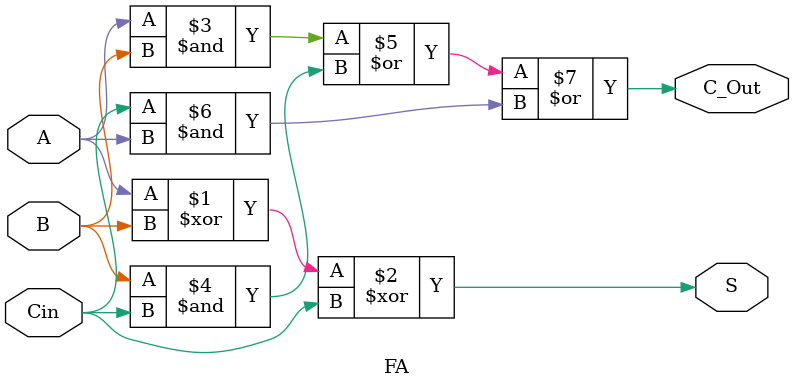
<source format=v>
module FA (A,B,Cin,S,C_Out);
    input A,B,Cin;

    output S,C_Out;
    assign S=A^B^Cin;
    assign C_Out=((A&B)|(B&Cin)|(Cin&A));
    
endmodule
</source>
